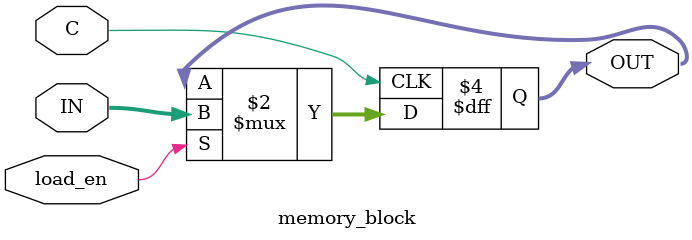
<source format=v>
module memory_block(
output reg [15:0] OUT,
input [15:0] IN,
input C, input load_en);
	always @(posedge C) begin
		if (load_en)
			OUT <= IN;
	end
endmodule

</source>
